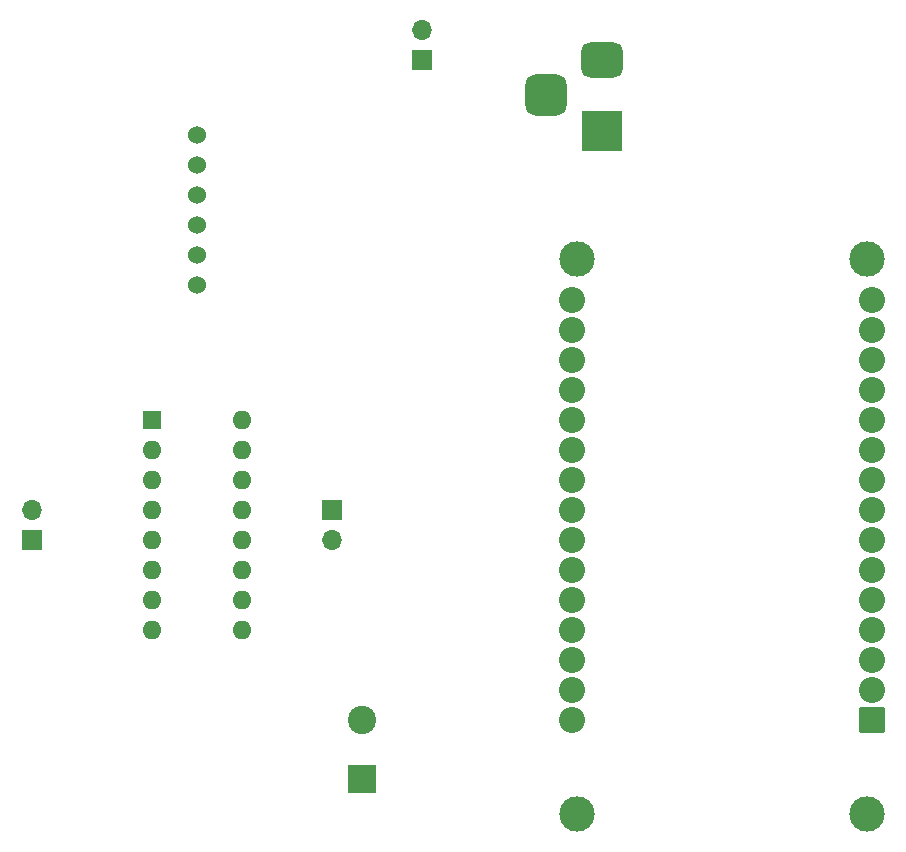
<source format=gbr>
%TF.GenerationSoftware,KiCad,Pcbnew,7.0.8*%
%TF.CreationDate,2023-11-17T10:19:14-05:00*%
%TF.ProjectId,rebafloot,72656261-666c-46f6-9f74-2e6b69636164,rev?*%
%TF.SameCoordinates,Original*%
%TF.FileFunction,Soldermask,Top*%
%TF.FilePolarity,Negative*%
%FSLAX46Y46*%
G04 Gerber Fmt 4.6, Leading zero omitted, Abs format (unit mm)*
G04 Created by KiCad (PCBNEW 7.0.8) date 2023-11-17 10:19:14*
%MOMM*%
%LPD*%
G01*
G04 APERTURE LIST*
G04 Aperture macros list*
%AMRoundRect*
0 Rectangle with rounded corners*
0 $1 Rounding radius*
0 $2 $3 $4 $5 $6 $7 $8 $9 X,Y pos of 4 corners*
0 Add a 4 corners polygon primitive as box body*
4,1,4,$2,$3,$4,$5,$6,$7,$8,$9,$2,$3,0*
0 Add four circle primitives for the rounded corners*
1,1,$1+$1,$2,$3*
1,1,$1+$1,$4,$5*
1,1,$1+$1,$6,$7*
1,1,$1+$1,$8,$9*
0 Add four rect primitives between the rounded corners*
20,1,$1+$1,$2,$3,$4,$5,0*
20,1,$1+$1,$4,$5,$6,$7,0*
20,1,$1+$1,$6,$7,$8,$9,0*
20,1,$1+$1,$8,$9,$2,$3,0*%
G04 Aperture macros list end*
%ADD10C,1.524000*%
%ADD11R,2.400000X2.400000*%
%ADD12C,2.400000*%
%ADD13R,1.600000X1.600000*%
%ADD14O,1.600000X1.600000*%
%ADD15R,1.700000X1.700000*%
%ADD16O,1.700000X1.700000*%
%ADD17C,3.000000*%
%ADD18RoundRect,0.102000X1.000000X1.000000X-1.000000X1.000000X-1.000000X-1.000000X1.000000X-1.000000X0*%
%ADD19C,2.204000*%
%ADD20R,3.500000X3.500000*%
%ADD21RoundRect,0.750000X-1.000000X0.750000X-1.000000X-0.750000X1.000000X-0.750000X1.000000X0.750000X0*%
%ADD22RoundRect,0.875000X-0.875000X0.875000X-0.875000X-0.875000X0.875000X-0.875000X0.875000X0.875000X0*%
G04 APERTURE END LIST*
D10*
%TO.C,U3*%
X74930000Y-90170000D03*
X74930000Y-87630000D03*
X74930000Y-85090000D03*
X74930000Y-82550000D03*
X74930000Y-80010000D03*
X74930000Y-77470000D03*
%TD*%
D11*
%TO.C,C1*%
X88900000Y-132000000D03*
D12*
X88900000Y-127000000D03*
%TD*%
D13*
%TO.C,U1*%
X71120000Y-101600000D03*
D14*
X71120000Y-104140000D03*
X71120000Y-106680000D03*
X71120000Y-109220000D03*
X71120000Y-111760000D03*
X71120000Y-114300000D03*
X71120000Y-116840000D03*
X71120000Y-119380000D03*
X78740000Y-119380000D03*
X78740000Y-116840000D03*
X78740000Y-114300000D03*
X78740000Y-111760000D03*
X78740000Y-109220000D03*
X78740000Y-106680000D03*
X78740000Y-104140000D03*
X78740000Y-101600000D03*
%TD*%
D15*
%TO.C,M1*%
X60960000Y-111760000D03*
D16*
X60960000Y-109220000D03*
%TD*%
D17*
%TO.C,U2*%
X131660000Y-134960000D03*
X131660000Y-88010000D03*
X107150000Y-134960000D03*
X107150000Y-88010000D03*
D18*
X132080000Y-127000000D03*
D19*
X132080000Y-124460000D03*
X132080000Y-121920000D03*
X132080000Y-119380000D03*
X132080000Y-116840000D03*
X132080000Y-114300000D03*
X132080000Y-111760000D03*
X132080000Y-109220000D03*
X132080000Y-106680000D03*
X132080000Y-104140000D03*
X132080000Y-101600000D03*
X132080000Y-99060000D03*
X132080000Y-96520000D03*
X132080000Y-93980000D03*
X132080000Y-91440000D03*
X106680000Y-91440000D03*
X106680000Y-93980000D03*
X106680000Y-96520000D03*
X106680000Y-99060000D03*
X106680000Y-101600000D03*
X106680000Y-104140000D03*
X106680000Y-106680000D03*
X106680000Y-109220000D03*
X106680000Y-111760000D03*
X106680000Y-114300000D03*
X106680000Y-116840000D03*
X106680000Y-119380000D03*
X106680000Y-121920000D03*
X106680000Y-124460000D03*
X106680000Y-127000000D03*
%TD*%
D15*
%TO.C,BT1*%
X93980000Y-71120000D03*
D16*
X93980000Y-68580000D03*
%TD*%
D20*
%TO.C,J1*%
X109220000Y-77120000D03*
D21*
X109220000Y-71120000D03*
D22*
X104520000Y-74120000D03*
%TD*%
D15*
%TO.C,M2*%
X86360000Y-109220000D03*
D16*
X86360000Y-111760000D03*
%TD*%
M02*

</source>
